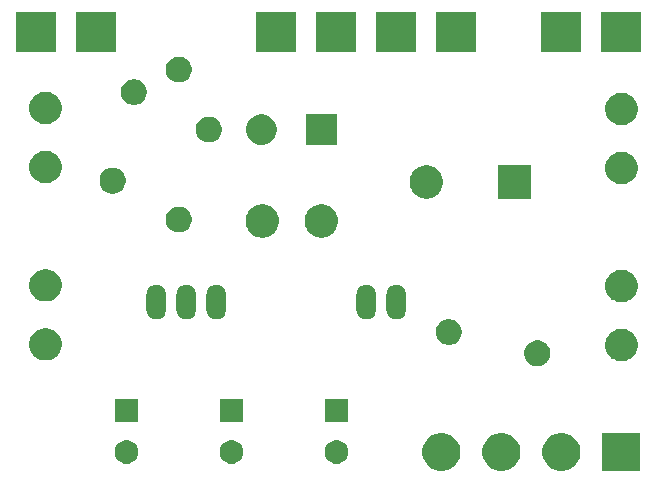
<source format=gbs>
G04 #@! TF.GenerationSoftware,KiCad,Pcbnew,(5.1.6)-1*
G04 #@! TF.CreationDate,2020-08-05T18:30:33+02:00*
G04 #@! TF.ProjectId,C64-PSU-251053-11_Austauschplatine,4336342d-5053-4552-9d32-35313035332d,0.3.1*
G04 #@! TF.SameCoordinates,Original*
G04 #@! TF.FileFunction,Soldermask,Bot*
G04 #@! TF.FilePolarity,Negative*
%FSLAX46Y46*%
G04 Gerber Fmt 4.6, Leading zero omitted, Abs format (unit mm)*
G04 Created by KiCad (PCBNEW (5.1.6)-1) date 2020-08-05 18:30:33*
%MOMM*%
%LPD*%
G01*
G04 APERTURE LIST*
%ADD10C,0.100000*%
G04 APERTURE END LIST*
D10*
G36*
X174955000Y-112090000D02*
G01*
X171755000Y-112090000D01*
X171755000Y-108890000D01*
X174955000Y-108890000D01*
X174955000Y-112090000D01*
G37*
G36*
X168741703Y-108951486D02*
G01*
X169032883Y-109072097D01*
X169294940Y-109247198D01*
X169517802Y-109470060D01*
X169692903Y-109732117D01*
X169813514Y-110023297D01*
X169875000Y-110332412D01*
X169875000Y-110647588D01*
X169813514Y-110956703D01*
X169692903Y-111247883D01*
X169517802Y-111509940D01*
X169294940Y-111732802D01*
X169032883Y-111907903D01*
X168741703Y-112028514D01*
X168432588Y-112090000D01*
X168117412Y-112090000D01*
X167808297Y-112028514D01*
X167517117Y-111907903D01*
X167255060Y-111732802D01*
X167032198Y-111509940D01*
X166857097Y-111247883D01*
X166736486Y-110956703D01*
X166675000Y-110647588D01*
X166675000Y-110332412D01*
X166736486Y-110023297D01*
X166857097Y-109732117D01*
X167032198Y-109470060D01*
X167255060Y-109247198D01*
X167517117Y-109072097D01*
X167808297Y-108951486D01*
X168117412Y-108890000D01*
X168432588Y-108890000D01*
X168741703Y-108951486D01*
G37*
G36*
X158581703Y-108951486D02*
G01*
X158872883Y-109072097D01*
X159134940Y-109247198D01*
X159357802Y-109470060D01*
X159532903Y-109732117D01*
X159653514Y-110023297D01*
X159715000Y-110332412D01*
X159715000Y-110647588D01*
X159653514Y-110956703D01*
X159532903Y-111247883D01*
X159357802Y-111509940D01*
X159134940Y-111732802D01*
X158872883Y-111907903D01*
X158581703Y-112028514D01*
X158272588Y-112090000D01*
X157957412Y-112090000D01*
X157648297Y-112028514D01*
X157357117Y-111907903D01*
X157095060Y-111732802D01*
X156872198Y-111509940D01*
X156697097Y-111247883D01*
X156576486Y-110956703D01*
X156515000Y-110647588D01*
X156515000Y-110332412D01*
X156576486Y-110023297D01*
X156697097Y-109732117D01*
X156872198Y-109470060D01*
X157095060Y-109247198D01*
X157357117Y-109072097D01*
X157648297Y-108951486D01*
X157957412Y-108890000D01*
X158272588Y-108890000D01*
X158581703Y-108951486D01*
G37*
G36*
X163661703Y-108951486D02*
G01*
X163952883Y-109072097D01*
X164214940Y-109247198D01*
X164437802Y-109470060D01*
X164612903Y-109732117D01*
X164733514Y-110023297D01*
X164795000Y-110332412D01*
X164795000Y-110647588D01*
X164733514Y-110956703D01*
X164612903Y-111247883D01*
X164437802Y-111509940D01*
X164214940Y-111732802D01*
X163952883Y-111907903D01*
X163661703Y-112028514D01*
X163352588Y-112090000D01*
X163037412Y-112090000D01*
X162728297Y-112028514D01*
X162437117Y-111907903D01*
X162175060Y-111732802D01*
X161952198Y-111509940D01*
X161777097Y-111247883D01*
X161656486Y-110956703D01*
X161595000Y-110647588D01*
X161595000Y-110332412D01*
X161656486Y-110023297D01*
X161777097Y-109732117D01*
X161952198Y-109470060D01*
X162175060Y-109247198D01*
X162437117Y-109072097D01*
X162728297Y-108951486D01*
X163037412Y-108890000D01*
X163352588Y-108890000D01*
X163661703Y-108951486D01*
G37*
G36*
X131672290Y-109515619D02*
G01*
X131736689Y-109528429D01*
X131918678Y-109603811D01*
X132082463Y-109713249D01*
X132221751Y-109852537D01*
X132331189Y-110016322D01*
X132406571Y-110198311D01*
X132406571Y-110198312D01*
X132445000Y-110391507D01*
X132445000Y-110588493D01*
X132433245Y-110647588D01*
X132406571Y-110781689D01*
X132331189Y-110963678D01*
X132221751Y-111127463D01*
X132082463Y-111266751D01*
X131918678Y-111376189D01*
X131736689Y-111451571D01*
X131672290Y-111464381D01*
X131543493Y-111490000D01*
X131346507Y-111490000D01*
X131217710Y-111464381D01*
X131153311Y-111451571D01*
X130971322Y-111376189D01*
X130807537Y-111266751D01*
X130668249Y-111127463D01*
X130558811Y-110963678D01*
X130483429Y-110781689D01*
X130456755Y-110647588D01*
X130445000Y-110588493D01*
X130445000Y-110391507D01*
X130483429Y-110198312D01*
X130483429Y-110198311D01*
X130558811Y-110016322D01*
X130668249Y-109852537D01*
X130807537Y-109713249D01*
X130971322Y-109603811D01*
X131153311Y-109528429D01*
X131217710Y-109515619D01*
X131346507Y-109490000D01*
X131543493Y-109490000D01*
X131672290Y-109515619D01*
G37*
G36*
X149452290Y-109515619D02*
G01*
X149516689Y-109528429D01*
X149698678Y-109603811D01*
X149862463Y-109713249D01*
X150001751Y-109852537D01*
X150111189Y-110016322D01*
X150186571Y-110198311D01*
X150186571Y-110198312D01*
X150225000Y-110391507D01*
X150225000Y-110588493D01*
X150213245Y-110647588D01*
X150186571Y-110781689D01*
X150111189Y-110963678D01*
X150001751Y-111127463D01*
X149862463Y-111266751D01*
X149698678Y-111376189D01*
X149516689Y-111451571D01*
X149452290Y-111464381D01*
X149323493Y-111490000D01*
X149126507Y-111490000D01*
X148997710Y-111464381D01*
X148933311Y-111451571D01*
X148751322Y-111376189D01*
X148587537Y-111266751D01*
X148448249Y-111127463D01*
X148338811Y-110963678D01*
X148263429Y-110781689D01*
X148236755Y-110647588D01*
X148225000Y-110588493D01*
X148225000Y-110391507D01*
X148263429Y-110198312D01*
X148263429Y-110198311D01*
X148338811Y-110016322D01*
X148448249Y-109852537D01*
X148587537Y-109713249D01*
X148751322Y-109603811D01*
X148933311Y-109528429D01*
X148997710Y-109515619D01*
X149126507Y-109490000D01*
X149323493Y-109490000D01*
X149452290Y-109515619D01*
G37*
G36*
X140562290Y-109515619D02*
G01*
X140626689Y-109528429D01*
X140808678Y-109603811D01*
X140972463Y-109713249D01*
X141111751Y-109852537D01*
X141221189Y-110016322D01*
X141296571Y-110198311D01*
X141296571Y-110198312D01*
X141335000Y-110391507D01*
X141335000Y-110588493D01*
X141323245Y-110647588D01*
X141296571Y-110781689D01*
X141221189Y-110963678D01*
X141111751Y-111127463D01*
X140972463Y-111266751D01*
X140808678Y-111376189D01*
X140626689Y-111451571D01*
X140562290Y-111464381D01*
X140433493Y-111490000D01*
X140236507Y-111490000D01*
X140107710Y-111464381D01*
X140043311Y-111451571D01*
X139861322Y-111376189D01*
X139697537Y-111266751D01*
X139558249Y-111127463D01*
X139448811Y-110963678D01*
X139373429Y-110781689D01*
X139346755Y-110647588D01*
X139335000Y-110588493D01*
X139335000Y-110391507D01*
X139373429Y-110198312D01*
X139373429Y-110198311D01*
X139448811Y-110016322D01*
X139558249Y-109852537D01*
X139697537Y-109713249D01*
X139861322Y-109603811D01*
X140043311Y-109528429D01*
X140107710Y-109515619D01*
X140236507Y-109490000D01*
X140433493Y-109490000D01*
X140562290Y-109515619D01*
G37*
G36*
X150225000Y-107990000D02*
G01*
X148225000Y-107990000D01*
X148225000Y-105990000D01*
X150225000Y-105990000D01*
X150225000Y-107990000D01*
G37*
G36*
X141335000Y-107990000D02*
G01*
X139335000Y-107990000D01*
X139335000Y-105990000D01*
X141335000Y-105990000D01*
X141335000Y-107990000D01*
G37*
G36*
X132445000Y-107990000D02*
G01*
X130445000Y-107990000D01*
X130445000Y-105990000D01*
X132445000Y-105990000D01*
X132445000Y-107990000D01*
G37*
G36*
X166563857Y-101072272D02*
G01*
X166764043Y-101155192D01*
X166764045Y-101155193D01*
X166807795Y-101184426D01*
X166869773Y-101225838D01*
X166944209Y-101275575D01*
X167097425Y-101428791D01*
X167195374Y-101575381D01*
X167217808Y-101608957D01*
X167300728Y-101809143D01*
X167343000Y-102021658D01*
X167343000Y-102238342D01*
X167300728Y-102450857D01*
X167247430Y-102579529D01*
X167217807Y-102651045D01*
X167097425Y-102831209D01*
X166944209Y-102984425D01*
X166764045Y-103104807D01*
X166764044Y-103104808D01*
X166764043Y-103104808D01*
X166563857Y-103187728D01*
X166351342Y-103230000D01*
X166134658Y-103230000D01*
X165922143Y-103187728D01*
X165721957Y-103104808D01*
X165721956Y-103104808D01*
X165721955Y-103104807D01*
X165541791Y-102984425D01*
X165388575Y-102831209D01*
X165268193Y-102651045D01*
X165238570Y-102579529D01*
X165185272Y-102450857D01*
X165143000Y-102238342D01*
X165143000Y-102021658D01*
X165185272Y-101809143D01*
X165268192Y-101608957D01*
X165290627Y-101575381D01*
X165388575Y-101428791D01*
X165541791Y-101275575D01*
X165616228Y-101225838D01*
X165678205Y-101184426D01*
X165721955Y-101155193D01*
X165721957Y-101155192D01*
X165922143Y-101072272D01*
X166134658Y-101030000D01*
X166351342Y-101030000D01*
X166563857Y-101072272D01*
G37*
G36*
X173756000Y-100118060D02*
G01*
X174006187Y-100221691D01*
X174006188Y-100221692D01*
X174231352Y-100372142D01*
X174422838Y-100563628D01*
X174422839Y-100563630D01*
X174573289Y-100788793D01*
X174676920Y-101038980D01*
X174729750Y-101304578D01*
X174729750Y-101575382D01*
X174676920Y-101840980D01*
X174573289Y-102091167D01*
X174573288Y-102091168D01*
X174422838Y-102316332D01*
X174231352Y-102507818D01*
X174124031Y-102579528D01*
X174006187Y-102658269D01*
X173756000Y-102761900D01*
X173490402Y-102814730D01*
X173219598Y-102814730D01*
X172954000Y-102761900D01*
X172703813Y-102658269D01*
X172585969Y-102579528D01*
X172478648Y-102507818D01*
X172287162Y-102316332D01*
X172136712Y-102091168D01*
X172136711Y-102091167D01*
X172033080Y-101840980D01*
X171980250Y-101575382D01*
X171980250Y-101304578D01*
X172033080Y-101038980D01*
X172136711Y-100788793D01*
X172287161Y-100563630D01*
X172287162Y-100563628D01*
X172478648Y-100372142D01*
X172703812Y-100221692D01*
X172703813Y-100221691D01*
X172954000Y-100118060D01*
X173219598Y-100065230D01*
X173490402Y-100065230D01*
X173756000Y-100118060D01*
G37*
G36*
X124988000Y-100039320D02*
G01*
X125238187Y-100142951D01*
X125238188Y-100142952D01*
X125463352Y-100293402D01*
X125654838Y-100484888D01*
X125654839Y-100484890D01*
X125805289Y-100710053D01*
X125908920Y-100960240D01*
X125961750Y-101225838D01*
X125961750Y-101496642D01*
X125908920Y-101762240D01*
X125805289Y-102012427D01*
X125805288Y-102012428D01*
X125654838Y-102237592D01*
X125463352Y-102429078D01*
X125430757Y-102450857D01*
X125238187Y-102579529D01*
X124988000Y-102683160D01*
X124722402Y-102735990D01*
X124451598Y-102735990D01*
X124186000Y-102683160D01*
X123935813Y-102579529D01*
X123743243Y-102450857D01*
X123710648Y-102429078D01*
X123519162Y-102237592D01*
X123368712Y-102012428D01*
X123368711Y-102012427D01*
X123265080Y-101762240D01*
X123212250Y-101496642D01*
X123212250Y-101225838D01*
X123265080Y-100960240D01*
X123368711Y-100710053D01*
X123519161Y-100484890D01*
X123519162Y-100484888D01*
X123710648Y-100293402D01*
X123935812Y-100142952D01*
X123935813Y-100142951D01*
X124186000Y-100039320D01*
X124451598Y-99986490D01*
X124722402Y-99986490D01*
X124988000Y-100039320D01*
G37*
G36*
X159063857Y-99272272D02*
G01*
X159264043Y-99355192D01*
X159264045Y-99355193D01*
X159354738Y-99415792D01*
X159444208Y-99475574D01*
X159597426Y-99628792D01*
X159717808Y-99808957D01*
X159800728Y-100009143D01*
X159843000Y-100221658D01*
X159843000Y-100438342D01*
X159800728Y-100650857D01*
X159776208Y-100710053D01*
X159717807Y-100851045D01*
X159597425Y-101031209D01*
X159444209Y-101184425D01*
X159264045Y-101304807D01*
X159264044Y-101304808D01*
X159264043Y-101304808D01*
X159063857Y-101387728D01*
X158851342Y-101430000D01*
X158634658Y-101430000D01*
X158422143Y-101387728D01*
X158221957Y-101304808D01*
X158221956Y-101304808D01*
X158221955Y-101304807D01*
X158041791Y-101184425D01*
X157888575Y-101031209D01*
X157768193Y-100851045D01*
X157709792Y-100710053D01*
X157685272Y-100650857D01*
X157643000Y-100438342D01*
X157643000Y-100221658D01*
X157685272Y-100009143D01*
X157768192Y-99808957D01*
X157888574Y-99628792D01*
X158041792Y-99475574D01*
X158131262Y-99415792D01*
X158221955Y-99355193D01*
X158221957Y-99355192D01*
X158422143Y-99272272D01*
X158634658Y-99230000D01*
X158851342Y-99230000D01*
X159063857Y-99272272D01*
G37*
G36*
X139228685Y-96332081D02*
G01*
X139228688Y-96332082D01*
X139228689Y-96332082D01*
X139386087Y-96379828D01*
X139465531Y-96422292D01*
X139531141Y-96457361D01*
X139531142Y-96457362D01*
X139531146Y-96457364D01*
X139658291Y-96561709D01*
X139762636Y-96688854D01*
X139840172Y-96833913D01*
X139887918Y-96991311D01*
X139887919Y-96991315D01*
X139900000Y-97113978D01*
X139900000Y-98466022D01*
X139887919Y-98588685D01*
X139887918Y-98588688D01*
X139887918Y-98588689D01*
X139840172Y-98746087D01*
X139762636Y-98891146D01*
X139658291Y-99018291D01*
X139531145Y-99122636D01*
X139531141Y-99122639D01*
X139386090Y-99200170D01*
X139386086Y-99200172D01*
X139228688Y-99247918D01*
X139228687Y-99247918D01*
X139228684Y-99247919D01*
X139065000Y-99264040D01*
X138901315Y-99247919D01*
X138901312Y-99247918D01*
X138901311Y-99247918D01*
X138743913Y-99200172D01*
X138664469Y-99157708D01*
X138598859Y-99122639D01*
X138598858Y-99122638D01*
X138598854Y-99122636D01*
X138471709Y-99018291D01*
X138367364Y-98891145D01*
X138367363Y-98891144D01*
X138367361Y-98891141D01*
X138289830Y-98746090D01*
X138289829Y-98746087D01*
X138289828Y-98746086D01*
X138242082Y-98588688D01*
X138242082Y-98588687D01*
X138242081Y-98588684D01*
X138230000Y-98466021D01*
X138230001Y-97113978D01*
X138242082Y-96991315D01*
X138242083Y-96991311D01*
X138289829Y-96833913D01*
X138367365Y-96688854D01*
X138471710Y-96561709D01*
X138598855Y-96457364D01*
X138598859Y-96457362D01*
X138598860Y-96457361D01*
X138664470Y-96422292D01*
X138743914Y-96379828D01*
X138901312Y-96332082D01*
X138901313Y-96332082D01*
X138901316Y-96332081D01*
X139065000Y-96315960D01*
X139228685Y-96332081D01*
G37*
G36*
X154468685Y-96332081D02*
G01*
X154468688Y-96332082D01*
X154468689Y-96332082D01*
X154626087Y-96379828D01*
X154705531Y-96422292D01*
X154771141Y-96457361D01*
X154771142Y-96457362D01*
X154771146Y-96457364D01*
X154898291Y-96561709D01*
X155002636Y-96688854D01*
X155080172Y-96833913D01*
X155127918Y-96991311D01*
X155127919Y-96991315D01*
X155140000Y-97113978D01*
X155140000Y-98466022D01*
X155127919Y-98588685D01*
X155127918Y-98588688D01*
X155127918Y-98588689D01*
X155080172Y-98746087D01*
X155002636Y-98891146D01*
X154898291Y-99018291D01*
X154771145Y-99122636D01*
X154771141Y-99122639D01*
X154626090Y-99200170D01*
X154626086Y-99200172D01*
X154468688Y-99247918D01*
X154468687Y-99247918D01*
X154468684Y-99247919D01*
X154305000Y-99264040D01*
X154141315Y-99247919D01*
X154141312Y-99247918D01*
X154141311Y-99247918D01*
X153983913Y-99200172D01*
X153904469Y-99157708D01*
X153838859Y-99122639D01*
X153838858Y-99122638D01*
X153838854Y-99122636D01*
X153711709Y-99018291D01*
X153607364Y-98891145D01*
X153607363Y-98891144D01*
X153607361Y-98891141D01*
X153529830Y-98746090D01*
X153529829Y-98746087D01*
X153529828Y-98746086D01*
X153482082Y-98588688D01*
X153482082Y-98588687D01*
X153482081Y-98588684D01*
X153470000Y-98466021D01*
X153470001Y-97113978D01*
X153482082Y-96991315D01*
X153482083Y-96991311D01*
X153529829Y-96833913D01*
X153607365Y-96688854D01*
X153711710Y-96561709D01*
X153838855Y-96457364D01*
X153838859Y-96457362D01*
X153838860Y-96457361D01*
X153904470Y-96422292D01*
X153983914Y-96379828D01*
X154141312Y-96332082D01*
X154141313Y-96332082D01*
X154141316Y-96332081D01*
X154305000Y-96315960D01*
X154468685Y-96332081D01*
G37*
G36*
X134148685Y-96332081D02*
G01*
X134148688Y-96332082D01*
X134148689Y-96332082D01*
X134306087Y-96379828D01*
X134385531Y-96422292D01*
X134451141Y-96457361D01*
X134451142Y-96457362D01*
X134451146Y-96457364D01*
X134578291Y-96561709D01*
X134682636Y-96688854D01*
X134760172Y-96833913D01*
X134807918Y-96991311D01*
X134807919Y-96991315D01*
X134820000Y-97113978D01*
X134820000Y-98466022D01*
X134807919Y-98588685D01*
X134807918Y-98588688D01*
X134807918Y-98588689D01*
X134760172Y-98746087D01*
X134682636Y-98891146D01*
X134578291Y-99018291D01*
X134451145Y-99122636D01*
X134451141Y-99122639D01*
X134306090Y-99200170D01*
X134306086Y-99200172D01*
X134148688Y-99247918D01*
X134148687Y-99247918D01*
X134148684Y-99247919D01*
X133985000Y-99264040D01*
X133821315Y-99247919D01*
X133821312Y-99247918D01*
X133821311Y-99247918D01*
X133663913Y-99200172D01*
X133584469Y-99157708D01*
X133518859Y-99122639D01*
X133518858Y-99122638D01*
X133518854Y-99122636D01*
X133391709Y-99018291D01*
X133287364Y-98891145D01*
X133287363Y-98891144D01*
X133287361Y-98891141D01*
X133209830Y-98746090D01*
X133209829Y-98746087D01*
X133209828Y-98746086D01*
X133162082Y-98588688D01*
X133162082Y-98588687D01*
X133162081Y-98588684D01*
X133150000Y-98466021D01*
X133150001Y-97113978D01*
X133162082Y-96991315D01*
X133162083Y-96991311D01*
X133209829Y-96833913D01*
X133287365Y-96688854D01*
X133391710Y-96561709D01*
X133518855Y-96457364D01*
X133518859Y-96457362D01*
X133518860Y-96457361D01*
X133584470Y-96422292D01*
X133663914Y-96379828D01*
X133821312Y-96332082D01*
X133821313Y-96332082D01*
X133821316Y-96332081D01*
X133985000Y-96315960D01*
X134148685Y-96332081D01*
G37*
G36*
X136688685Y-96332081D02*
G01*
X136688688Y-96332082D01*
X136688689Y-96332082D01*
X136846087Y-96379828D01*
X136925531Y-96422292D01*
X136991141Y-96457361D01*
X136991142Y-96457362D01*
X136991146Y-96457364D01*
X137118291Y-96561709D01*
X137222636Y-96688854D01*
X137300172Y-96833913D01*
X137347918Y-96991311D01*
X137347919Y-96991315D01*
X137360000Y-97113978D01*
X137360000Y-98466022D01*
X137347919Y-98588685D01*
X137347918Y-98588688D01*
X137347918Y-98588689D01*
X137300172Y-98746087D01*
X137222636Y-98891146D01*
X137118291Y-99018291D01*
X136991145Y-99122636D01*
X136991141Y-99122639D01*
X136846090Y-99200170D01*
X136846086Y-99200172D01*
X136688688Y-99247918D01*
X136688687Y-99247918D01*
X136688684Y-99247919D01*
X136525000Y-99264040D01*
X136361315Y-99247919D01*
X136361312Y-99247918D01*
X136361311Y-99247918D01*
X136203913Y-99200172D01*
X136124469Y-99157708D01*
X136058859Y-99122639D01*
X136058858Y-99122638D01*
X136058854Y-99122636D01*
X135931709Y-99018291D01*
X135827364Y-98891145D01*
X135827363Y-98891144D01*
X135827361Y-98891141D01*
X135749830Y-98746090D01*
X135749829Y-98746087D01*
X135749828Y-98746086D01*
X135702082Y-98588688D01*
X135702082Y-98588687D01*
X135702081Y-98588684D01*
X135690000Y-98466021D01*
X135690001Y-97113978D01*
X135702082Y-96991315D01*
X135702083Y-96991311D01*
X135749829Y-96833913D01*
X135827365Y-96688854D01*
X135931710Y-96561709D01*
X136058855Y-96457364D01*
X136058859Y-96457362D01*
X136058860Y-96457361D01*
X136124470Y-96422292D01*
X136203914Y-96379828D01*
X136361312Y-96332082D01*
X136361313Y-96332082D01*
X136361316Y-96332081D01*
X136525000Y-96315960D01*
X136688685Y-96332081D01*
G37*
G36*
X151928685Y-96332081D02*
G01*
X151928688Y-96332082D01*
X151928689Y-96332082D01*
X152086087Y-96379828D01*
X152165531Y-96422292D01*
X152231141Y-96457361D01*
X152231142Y-96457362D01*
X152231146Y-96457364D01*
X152358291Y-96561709D01*
X152462636Y-96688854D01*
X152540172Y-96833913D01*
X152587918Y-96991311D01*
X152587919Y-96991315D01*
X152600000Y-97113978D01*
X152600000Y-98466022D01*
X152587919Y-98588685D01*
X152587918Y-98588688D01*
X152587918Y-98588689D01*
X152540172Y-98746087D01*
X152462636Y-98891146D01*
X152358291Y-99018291D01*
X152231145Y-99122636D01*
X152231141Y-99122639D01*
X152086090Y-99200170D01*
X152086086Y-99200172D01*
X151928688Y-99247918D01*
X151928687Y-99247918D01*
X151928684Y-99247919D01*
X151765000Y-99264040D01*
X151601315Y-99247919D01*
X151601312Y-99247918D01*
X151601311Y-99247918D01*
X151443913Y-99200172D01*
X151364469Y-99157708D01*
X151298859Y-99122639D01*
X151298858Y-99122638D01*
X151298854Y-99122636D01*
X151171709Y-99018291D01*
X151067364Y-98891145D01*
X151067363Y-98891144D01*
X151067361Y-98891141D01*
X150989830Y-98746090D01*
X150989829Y-98746087D01*
X150989828Y-98746086D01*
X150942082Y-98588688D01*
X150942082Y-98588687D01*
X150942081Y-98588684D01*
X150930000Y-98466021D01*
X150930001Y-97113978D01*
X150942082Y-96991315D01*
X150942083Y-96991311D01*
X150989829Y-96833913D01*
X151067365Y-96688854D01*
X151171710Y-96561709D01*
X151298855Y-96457364D01*
X151298859Y-96457362D01*
X151298860Y-96457361D01*
X151364470Y-96422292D01*
X151443914Y-96379828D01*
X151601312Y-96332082D01*
X151601313Y-96332082D01*
X151601316Y-96332081D01*
X151765000Y-96315960D01*
X151928685Y-96332081D01*
G37*
G36*
X173756000Y-95119340D02*
G01*
X174006187Y-95222971D01*
X174006188Y-95222972D01*
X174231352Y-95373422D01*
X174422838Y-95564908D01*
X174422839Y-95564910D01*
X174573289Y-95790073D01*
X174676920Y-96040260D01*
X174729750Y-96305858D01*
X174729750Y-96576662D01*
X174676920Y-96842260D01*
X174573289Y-97092447D01*
X174573288Y-97092448D01*
X174422838Y-97317612D01*
X174231352Y-97509098D01*
X174124031Y-97580808D01*
X174006187Y-97659549D01*
X173756000Y-97763180D01*
X173490402Y-97816010D01*
X173219598Y-97816010D01*
X172954000Y-97763180D01*
X172703813Y-97659549D01*
X172585969Y-97580808D01*
X172478648Y-97509098D01*
X172287162Y-97317612D01*
X172136712Y-97092448D01*
X172136711Y-97092447D01*
X172033080Y-96842260D01*
X171980250Y-96576662D01*
X171980250Y-96305858D01*
X172033080Y-96040260D01*
X172136711Y-95790073D01*
X172287161Y-95564910D01*
X172287162Y-95564908D01*
X172478648Y-95373422D01*
X172703812Y-95222972D01*
X172703813Y-95222971D01*
X172954000Y-95119340D01*
X173219598Y-95066510D01*
X173490402Y-95066510D01*
X173756000Y-95119340D01*
G37*
G36*
X124988000Y-95040600D02*
G01*
X125238187Y-95144231D01*
X125238188Y-95144232D01*
X125463352Y-95294682D01*
X125654838Y-95486168D01*
X125654839Y-95486170D01*
X125805289Y-95711333D01*
X125908920Y-95961520D01*
X125961750Y-96227118D01*
X125961750Y-96497922D01*
X125908920Y-96763520D01*
X125805289Y-97013707D01*
X125805288Y-97013708D01*
X125654838Y-97238872D01*
X125463352Y-97430358D01*
X125350004Y-97506095D01*
X125238187Y-97580809D01*
X124988000Y-97684440D01*
X124722402Y-97737270D01*
X124451598Y-97737270D01*
X124186000Y-97684440D01*
X123935813Y-97580809D01*
X123823996Y-97506095D01*
X123710648Y-97430358D01*
X123519162Y-97238872D01*
X123368712Y-97013708D01*
X123368711Y-97013707D01*
X123265080Y-96763520D01*
X123212250Y-96497922D01*
X123212250Y-96227118D01*
X123265080Y-95961520D01*
X123368711Y-95711333D01*
X123519161Y-95486170D01*
X123519162Y-95486168D01*
X123710648Y-95294682D01*
X123935812Y-95144232D01*
X123935813Y-95144231D01*
X124186000Y-95040600D01*
X124451598Y-94987770D01*
X124722402Y-94987770D01*
X124988000Y-95040600D01*
G37*
G36*
X148228127Y-89558901D02*
G01*
X148363365Y-89585801D01*
X148618149Y-89691336D01*
X148847448Y-89844549D01*
X149042451Y-90039552D01*
X149042452Y-90039554D01*
X149195665Y-90268853D01*
X149301199Y-90523636D01*
X149335616Y-90696659D01*
X149355000Y-90794112D01*
X149355000Y-91069888D01*
X149301199Y-91340365D01*
X149195664Y-91595149D01*
X149042451Y-91824448D01*
X148847448Y-92019451D01*
X148618149Y-92172664D01*
X148363365Y-92278199D01*
X148228126Y-92305100D01*
X148092889Y-92332000D01*
X147817111Y-92332000D01*
X147681874Y-92305100D01*
X147546635Y-92278199D01*
X147291851Y-92172664D01*
X147062552Y-92019451D01*
X146867549Y-91824448D01*
X146714336Y-91595149D01*
X146608801Y-91340365D01*
X146555000Y-91069888D01*
X146555000Y-90794112D01*
X146574385Y-90696659D01*
X146608801Y-90523636D01*
X146714335Y-90268853D01*
X146867548Y-90039554D01*
X146867549Y-90039552D01*
X147062552Y-89844549D01*
X147291851Y-89691336D01*
X147546635Y-89585801D01*
X147681873Y-89558901D01*
X147817111Y-89532000D01*
X148092889Y-89532000D01*
X148228127Y-89558901D01*
G37*
G36*
X143228127Y-89558901D02*
G01*
X143363365Y-89585801D01*
X143618149Y-89691336D01*
X143847448Y-89844549D01*
X144042451Y-90039552D01*
X144042452Y-90039554D01*
X144195665Y-90268853D01*
X144301199Y-90523636D01*
X144335616Y-90696659D01*
X144355000Y-90794112D01*
X144355000Y-91069888D01*
X144301199Y-91340365D01*
X144195664Y-91595149D01*
X144042451Y-91824448D01*
X143847448Y-92019451D01*
X143618149Y-92172664D01*
X143363365Y-92278199D01*
X143228126Y-92305100D01*
X143092889Y-92332000D01*
X142817111Y-92332000D01*
X142681874Y-92305100D01*
X142546635Y-92278199D01*
X142291851Y-92172664D01*
X142062552Y-92019451D01*
X141867549Y-91824448D01*
X141714336Y-91595149D01*
X141608801Y-91340365D01*
X141555000Y-91069888D01*
X141555000Y-90794112D01*
X141574385Y-90696659D01*
X141608801Y-90523636D01*
X141714335Y-90268853D01*
X141867548Y-90039554D01*
X141867549Y-90039552D01*
X142062552Y-89844549D01*
X142291851Y-89691336D01*
X142546635Y-89585801D01*
X142681873Y-89558901D01*
X142817111Y-89532000D01*
X143092889Y-89532000D01*
X143228127Y-89558901D01*
G37*
G36*
X136210857Y-89747272D02*
G01*
X136411043Y-89830192D01*
X136411045Y-89830193D01*
X136432530Y-89844549D01*
X136591208Y-89950574D01*
X136744426Y-90103792D01*
X136864808Y-90283957D01*
X136947728Y-90484143D01*
X136990000Y-90696658D01*
X136990000Y-90913342D01*
X136947728Y-91125857D01*
X136864808Y-91326043D01*
X136864807Y-91326045D01*
X136744425Y-91506209D01*
X136591209Y-91659425D01*
X136411045Y-91779807D01*
X136411044Y-91779808D01*
X136411043Y-91779808D01*
X136210857Y-91862728D01*
X135998342Y-91905000D01*
X135781658Y-91905000D01*
X135569143Y-91862728D01*
X135368957Y-91779808D01*
X135368956Y-91779808D01*
X135368955Y-91779807D01*
X135188791Y-91659425D01*
X135035575Y-91506209D01*
X134915193Y-91326045D01*
X134915192Y-91326043D01*
X134832272Y-91125857D01*
X134790000Y-90913342D01*
X134790000Y-90696658D01*
X134832272Y-90484143D01*
X134915192Y-90283957D01*
X135035574Y-90103792D01*
X135188792Y-89950574D01*
X135347470Y-89844549D01*
X135368955Y-89830193D01*
X135368957Y-89830192D01*
X135569143Y-89747272D01*
X135781658Y-89705000D01*
X135998342Y-89705000D01*
X136210857Y-89747272D01*
G37*
G36*
X165745000Y-89030000D02*
G01*
X162945000Y-89030000D01*
X162945000Y-86230000D01*
X165745000Y-86230000D01*
X165745000Y-89030000D01*
G37*
G36*
X157118127Y-86256901D02*
G01*
X157253365Y-86283801D01*
X157508149Y-86389336D01*
X157737448Y-86542549D01*
X157932451Y-86737552D01*
X158085664Y-86966851D01*
X158191199Y-87221635D01*
X158245000Y-87492112D01*
X158245000Y-87767888D01*
X158191199Y-88038365D01*
X158085664Y-88293149D01*
X157932451Y-88522448D01*
X157737448Y-88717451D01*
X157508149Y-88870664D01*
X157253365Y-88976199D01*
X157118126Y-89003100D01*
X156982889Y-89030000D01*
X156707111Y-89030000D01*
X156571873Y-89003099D01*
X156436635Y-88976199D01*
X156181851Y-88870664D01*
X155952552Y-88717451D01*
X155757549Y-88522448D01*
X155604336Y-88293149D01*
X155498801Y-88038365D01*
X155445000Y-87767888D01*
X155445000Y-87492112D01*
X155498801Y-87221635D01*
X155604336Y-86966851D01*
X155757549Y-86737552D01*
X155952552Y-86542549D01*
X156181851Y-86389336D01*
X156436635Y-86283801D01*
X156571873Y-86256901D01*
X156707111Y-86230000D01*
X156982889Y-86230000D01*
X157118127Y-86256901D01*
G37*
G36*
X130600857Y-86452272D02*
G01*
X130801043Y-86535192D01*
X130801045Y-86535193D01*
X130981209Y-86655575D01*
X131134425Y-86808791D01*
X131240038Y-86966851D01*
X131254808Y-86988957D01*
X131337728Y-87189143D01*
X131380000Y-87401658D01*
X131380000Y-87618342D01*
X131337728Y-87830857D01*
X131254808Y-88031043D01*
X131254807Y-88031045D01*
X131134425Y-88211209D01*
X130981209Y-88364425D01*
X130801045Y-88484807D01*
X130801044Y-88484808D01*
X130801043Y-88484808D01*
X130600857Y-88567728D01*
X130388342Y-88610000D01*
X130171658Y-88610000D01*
X129959143Y-88567728D01*
X129758957Y-88484808D01*
X129758956Y-88484808D01*
X129758955Y-88484807D01*
X129578791Y-88364425D01*
X129425575Y-88211209D01*
X129305193Y-88031045D01*
X129305192Y-88031043D01*
X129222272Y-87830857D01*
X129180000Y-87618342D01*
X129180000Y-87401658D01*
X129222272Y-87189143D01*
X129305192Y-86988957D01*
X129319963Y-86966851D01*
X129425575Y-86808791D01*
X129578791Y-86655575D01*
X129758955Y-86535193D01*
X129758957Y-86535192D01*
X129959143Y-86452272D01*
X130171658Y-86410000D01*
X130388342Y-86410000D01*
X130600857Y-86452272D01*
G37*
G36*
X173756000Y-85116820D02*
G01*
X174006187Y-85220451D01*
X174006188Y-85220452D01*
X174231352Y-85370902D01*
X174422838Y-85562388D01*
X174422839Y-85562390D01*
X174573289Y-85787553D01*
X174676920Y-86037740D01*
X174729750Y-86303338D01*
X174729750Y-86574142D01*
X174676920Y-86839740D01*
X174573289Y-87089927D01*
X174573288Y-87089928D01*
X174422838Y-87315092D01*
X174231352Y-87506578D01*
X174124031Y-87578288D01*
X174006187Y-87657029D01*
X173756000Y-87760660D01*
X173490402Y-87813490D01*
X173219598Y-87813490D01*
X172954000Y-87760660D01*
X172703813Y-87657029D01*
X172585969Y-87578288D01*
X172478648Y-87506578D01*
X172287162Y-87315092D01*
X172136712Y-87089928D01*
X172136711Y-87089927D01*
X172033080Y-86839740D01*
X171980250Y-86574142D01*
X171980250Y-86303338D01*
X172033080Y-86037740D01*
X172136711Y-85787553D01*
X172287161Y-85562390D01*
X172287162Y-85562388D01*
X172478648Y-85370902D01*
X172703812Y-85220452D01*
X172703813Y-85220451D01*
X172954000Y-85116820D01*
X173219598Y-85063990D01*
X173490402Y-85063990D01*
X173756000Y-85116820D01*
G37*
G36*
X124988000Y-85038080D02*
G01*
X125238187Y-85141711D01*
X125238188Y-85141712D01*
X125463352Y-85292162D01*
X125654838Y-85483648D01*
X125654839Y-85483650D01*
X125805289Y-85708813D01*
X125908920Y-85959000D01*
X125961750Y-86224598D01*
X125961750Y-86495402D01*
X125908920Y-86761000D01*
X125805289Y-87011187D01*
X125805288Y-87011188D01*
X125654838Y-87236352D01*
X125463352Y-87427838D01*
X125367161Y-87492111D01*
X125238187Y-87578289D01*
X124988000Y-87681920D01*
X124722402Y-87734750D01*
X124451598Y-87734750D01*
X124186000Y-87681920D01*
X123935813Y-87578289D01*
X123806839Y-87492111D01*
X123710648Y-87427838D01*
X123519162Y-87236352D01*
X123368712Y-87011188D01*
X123368711Y-87011187D01*
X123265080Y-86761000D01*
X123212250Y-86495402D01*
X123212250Y-86224598D01*
X123265080Y-85959000D01*
X123368711Y-85708813D01*
X123519161Y-85483650D01*
X123519162Y-85483648D01*
X123710648Y-85292162D01*
X123935812Y-85141712D01*
X123935813Y-85141711D01*
X124186000Y-85038080D01*
X124451598Y-84985250D01*
X124722402Y-84985250D01*
X124988000Y-85038080D01*
G37*
G36*
X149255000Y-84485000D02*
G01*
X146655000Y-84485000D01*
X146655000Y-81885000D01*
X149255000Y-81885000D01*
X149255000Y-84485000D01*
G37*
G36*
X143254196Y-81934958D02*
G01*
X143490781Y-82032955D01*
X143703702Y-82175224D01*
X143884776Y-82356298D01*
X144027045Y-82569219D01*
X144125042Y-82805804D01*
X144175000Y-83056961D01*
X144175000Y-83313039D01*
X144125042Y-83564196D01*
X144027045Y-83800781D01*
X143884776Y-84013702D01*
X143703702Y-84194776D01*
X143490781Y-84337045D01*
X143254196Y-84435042D01*
X143003040Y-84485000D01*
X142746960Y-84485000D01*
X142621383Y-84460021D01*
X142495804Y-84435042D01*
X142259219Y-84337045D01*
X142046298Y-84194776D01*
X141865224Y-84013702D01*
X141722955Y-83800781D01*
X141624958Y-83564196D01*
X141575000Y-83313039D01*
X141575000Y-83056961D01*
X141624958Y-82805804D01*
X141722955Y-82569219D01*
X141865224Y-82356298D01*
X142046298Y-82175224D01*
X142259219Y-82032955D01*
X142495804Y-81934958D01*
X142746960Y-81885000D01*
X143003040Y-81885000D01*
X143254196Y-81934958D01*
G37*
G36*
X138750857Y-82127272D02*
G01*
X138951043Y-82210192D01*
X138951045Y-82210193D01*
X139131209Y-82330575D01*
X139284425Y-82483791D01*
X139401034Y-82658308D01*
X139404808Y-82663957D01*
X139487728Y-82864143D01*
X139530000Y-83076658D01*
X139530000Y-83293342D01*
X139487728Y-83505857D01*
X139463563Y-83564196D01*
X139404807Y-83706045D01*
X139284425Y-83886209D01*
X139131209Y-84039425D01*
X138951045Y-84159807D01*
X138951044Y-84159808D01*
X138951043Y-84159808D01*
X138750857Y-84242728D01*
X138538342Y-84285000D01*
X138321658Y-84285000D01*
X138109143Y-84242728D01*
X137908957Y-84159808D01*
X137908956Y-84159808D01*
X137908955Y-84159807D01*
X137728791Y-84039425D01*
X137575575Y-83886209D01*
X137455193Y-83706045D01*
X137396437Y-83564196D01*
X137372272Y-83505857D01*
X137330000Y-83293342D01*
X137330000Y-83076658D01*
X137372272Y-82864143D01*
X137455192Y-82663957D01*
X137458967Y-82658308D01*
X137575575Y-82483791D01*
X137728791Y-82330575D01*
X137908955Y-82210193D01*
X137908957Y-82210192D01*
X138109143Y-82127272D01*
X138321658Y-82085000D01*
X138538342Y-82085000D01*
X138750857Y-82127272D01*
G37*
G36*
X173756000Y-80118100D02*
G01*
X174006187Y-80221731D01*
X174006188Y-80221732D01*
X174231352Y-80372182D01*
X174422838Y-80563668D01*
X174422839Y-80563670D01*
X174573289Y-80788833D01*
X174676920Y-81039020D01*
X174729750Y-81304618D01*
X174729750Y-81575422D01*
X174676920Y-81841020D01*
X174573289Y-82091207D01*
X174573288Y-82091208D01*
X174422838Y-82316372D01*
X174231352Y-82507858D01*
X174139519Y-82569219D01*
X174006187Y-82658309D01*
X173756000Y-82761940D01*
X173490402Y-82814770D01*
X173219598Y-82814770D01*
X172954000Y-82761940D01*
X172703813Y-82658309D01*
X172570481Y-82569219D01*
X172478648Y-82507858D01*
X172287162Y-82316372D01*
X172136712Y-82091208D01*
X172136711Y-82091207D01*
X172033080Y-81841020D01*
X171980250Y-81575422D01*
X171980250Y-81304618D01*
X172033080Y-81039020D01*
X172136711Y-80788833D01*
X172287161Y-80563670D01*
X172287162Y-80563668D01*
X172478648Y-80372182D01*
X172703812Y-80221732D01*
X172703813Y-80221731D01*
X172954000Y-80118100D01*
X173219598Y-80065270D01*
X173490402Y-80065270D01*
X173756000Y-80118100D01*
G37*
G36*
X124988000Y-80039360D02*
G01*
X125238187Y-80142991D01*
X125238188Y-80142992D01*
X125463352Y-80293442D01*
X125654838Y-80484928D01*
X125654839Y-80484930D01*
X125805289Y-80710093D01*
X125908920Y-80960280D01*
X125961750Y-81225878D01*
X125961750Y-81496682D01*
X125908920Y-81762280D01*
X125805289Y-82012467D01*
X125805288Y-82012468D01*
X125654838Y-82237632D01*
X125463352Y-82429118D01*
X125381528Y-82483791D01*
X125238187Y-82579569D01*
X124988000Y-82683200D01*
X124722402Y-82736030D01*
X124451598Y-82736030D01*
X124186000Y-82683200D01*
X123935813Y-82579569D01*
X123792472Y-82483791D01*
X123710648Y-82429118D01*
X123519162Y-82237632D01*
X123368712Y-82012468D01*
X123368711Y-82012467D01*
X123265080Y-81762280D01*
X123212250Y-81496682D01*
X123212250Y-81225878D01*
X123265080Y-80960280D01*
X123368711Y-80710093D01*
X123519161Y-80484930D01*
X123519162Y-80484928D01*
X123710648Y-80293442D01*
X123935812Y-80142992D01*
X123935813Y-80142991D01*
X124186000Y-80039360D01*
X124451598Y-79986530D01*
X124722402Y-79986530D01*
X124988000Y-80039360D01*
G37*
G36*
X132400857Y-78952272D02*
G01*
X132601043Y-79035192D01*
X132601045Y-79035193D01*
X132667814Y-79079807D01*
X132781208Y-79155574D01*
X132934426Y-79308792D01*
X133054808Y-79488957D01*
X133137728Y-79689143D01*
X133180000Y-79901658D01*
X133180000Y-80118342D01*
X133137728Y-80330857D01*
X133054808Y-80531043D01*
X133054807Y-80531045D01*
X132994208Y-80621738D01*
X132935172Y-80710092D01*
X132934425Y-80711209D01*
X132781209Y-80864425D01*
X132601045Y-80984807D01*
X132601044Y-80984808D01*
X132601043Y-80984808D01*
X132400857Y-81067728D01*
X132188342Y-81110000D01*
X131971658Y-81110000D01*
X131759143Y-81067728D01*
X131558957Y-80984808D01*
X131558956Y-80984808D01*
X131558955Y-80984807D01*
X131378791Y-80864425D01*
X131225575Y-80711209D01*
X131224829Y-80710092D01*
X131165792Y-80621738D01*
X131105193Y-80531045D01*
X131105192Y-80531043D01*
X131022272Y-80330857D01*
X130980000Y-80118342D01*
X130980000Y-79901658D01*
X131022272Y-79689143D01*
X131105192Y-79488957D01*
X131225574Y-79308792D01*
X131378792Y-79155574D01*
X131492186Y-79079807D01*
X131558955Y-79035193D01*
X131558957Y-79035192D01*
X131759143Y-78952272D01*
X131971658Y-78910000D01*
X132188342Y-78910000D01*
X132400857Y-78952272D01*
G37*
G36*
X136210857Y-77047272D02*
G01*
X136411043Y-77130192D01*
X136411045Y-77130193D01*
X136501738Y-77190792D01*
X136591208Y-77250574D01*
X136744426Y-77403792D01*
X136864808Y-77583957D01*
X136947728Y-77784143D01*
X136990000Y-77996658D01*
X136990000Y-78213342D01*
X136947728Y-78425857D01*
X136864808Y-78626043D01*
X136864807Y-78626045D01*
X136744425Y-78806209D01*
X136591209Y-78959425D01*
X136411045Y-79079807D01*
X136411044Y-79079808D01*
X136411043Y-79079808D01*
X136210857Y-79162728D01*
X135998342Y-79205000D01*
X135781658Y-79205000D01*
X135569143Y-79162728D01*
X135368957Y-79079808D01*
X135368956Y-79079808D01*
X135368955Y-79079807D01*
X135188791Y-78959425D01*
X135035575Y-78806209D01*
X134915193Y-78626045D01*
X134915192Y-78626043D01*
X134832272Y-78425857D01*
X134790000Y-78213342D01*
X134790000Y-77996658D01*
X134832272Y-77784143D01*
X134915192Y-77583957D01*
X135035574Y-77403792D01*
X135188792Y-77250574D01*
X135278262Y-77190792D01*
X135368955Y-77130193D01*
X135368957Y-77130192D01*
X135569143Y-77047272D01*
X135781658Y-77005000D01*
X135998342Y-77005000D01*
X136210857Y-77047272D01*
G37*
G36*
X169975000Y-76630000D02*
G01*
X166575000Y-76630000D01*
X166575000Y-73230000D01*
X169975000Y-73230000D01*
X169975000Y-76630000D01*
G37*
G36*
X175055000Y-76630000D02*
G01*
X171655000Y-76630000D01*
X171655000Y-73230000D01*
X175055000Y-73230000D01*
X175055000Y-76630000D01*
G37*
G36*
X161085000Y-76630000D02*
G01*
X157685000Y-76630000D01*
X157685000Y-73230000D01*
X161085000Y-73230000D01*
X161085000Y-76630000D01*
G37*
G36*
X156005000Y-76630000D02*
G01*
X152605000Y-76630000D01*
X152605000Y-73230000D01*
X156005000Y-73230000D01*
X156005000Y-76630000D01*
G37*
G36*
X150925000Y-76630000D02*
G01*
X147525000Y-76630000D01*
X147525000Y-73230000D01*
X150925000Y-73230000D01*
X150925000Y-76630000D01*
G37*
G36*
X145845000Y-76630000D02*
G01*
X142445000Y-76630000D01*
X142445000Y-73230000D01*
X145845000Y-73230000D01*
X145845000Y-76630000D01*
G37*
G36*
X130605000Y-76630000D02*
G01*
X127205000Y-76630000D01*
X127205000Y-73230000D01*
X130605000Y-73230000D01*
X130605000Y-76630000D01*
G37*
G36*
X125525000Y-76630000D02*
G01*
X122125000Y-76630000D01*
X122125000Y-73230000D01*
X125525000Y-73230000D01*
X125525000Y-76630000D01*
G37*
M02*

</source>
